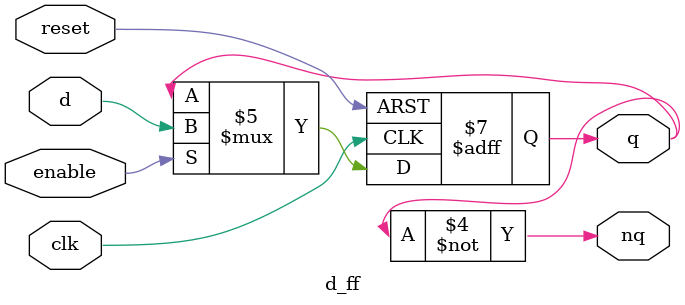
<source format=v>
module d_ff (
    input clk,
    input reset,
    input d,
    input enable,
    output reg q,
    output nq
);
  always @(posedge clk, negedge reset)
    if (reset == 0) q <= 0;
    else if (enable == 1) q <= d;

  assign nq = ~q;
endmodule

</source>
